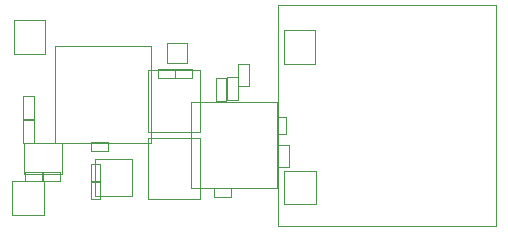
<source format=gbr>
G04 #@! TF.GenerationSoftware,KiCad,Pcbnew,(5.1.6)-1*
G04 #@! TF.CreationDate,2021-12-03T11:37:05+01:00*
G04 #@! TF.ProjectId,Keyvilboard2.0,4b657976-696c-4626-9f61-7264322e302e,rev?*
G04 #@! TF.SameCoordinates,Original*
G04 #@! TF.FileFunction,Other,User*
%FSLAX46Y46*%
G04 Gerber Fmt 4.6, Leading zero omitted, Abs format (unit mm)*
G04 Created by KiCad (PCBNEW (5.1.6)-1) date 2021-12-03 11:37:05*
%MOMM*%
%LPD*%
G01*
G04 APERTURE LIST*
%ADD10C,0.050000*%
%ADD11C,0.100000*%
G04 APERTURE END LIST*
D10*
G04 #@! TO.C,IC4*
X153832000Y-95897000D02*
X153832000Y-94222000D01*
X155507000Y-95897000D02*
X153832000Y-95897000D01*
X155507000Y-94222000D02*
X155507000Y-95897000D01*
X153832000Y-94222000D02*
X155507000Y-94222000D01*
G04 #@! TO.C,TX1*
X166317000Y-95978000D02*
X163683000Y-95978000D01*
X166317000Y-93142000D02*
X166317000Y-95978000D01*
X163683000Y-93142000D02*
X166317000Y-93142000D01*
X163683000Y-95978000D02*
X163683000Y-93142000D01*
G04 #@! TO.C,RX1*
X166377000Y-107878000D02*
X163743000Y-107878000D01*
X166377000Y-105042000D02*
X166377000Y-107878000D01*
X163743000Y-105042000D02*
X166377000Y-105042000D01*
X163743000Y-107878000D02*
X163743000Y-105042000D01*
D11*
G04 #@! TO.C,IC5*
X147670000Y-107180000D02*
X147670000Y-104080000D01*
X150870000Y-107180000D02*
X147670000Y-107180000D01*
X150870000Y-104080000D02*
X150870000Y-107180000D01*
X147670000Y-104080000D02*
X150870000Y-104080000D01*
D10*
G04 #@! TO.C,GND1*
X143497000Y-95118000D02*
X140863000Y-95118000D01*
X143497000Y-92282000D02*
X143497000Y-95118000D01*
X140863000Y-92282000D02*
X143497000Y-92282000D01*
X140863000Y-95118000D02*
X140863000Y-92282000D01*
G04 #@! TO.C,5V+1*
X143347000Y-108778000D02*
X140713000Y-108778000D01*
X143347000Y-105942000D02*
X143347000Y-108778000D01*
X140713000Y-105942000D02*
X143347000Y-105942000D01*
X140713000Y-108778000D02*
X140713000Y-105942000D01*
G04 #@! TO.C,1uF4*
X154445000Y-96440000D02*
X155885000Y-96440000D01*
X155885000Y-96440000D02*
X155885000Y-97180000D01*
X155885000Y-97180000D02*
X154445000Y-97180000D01*
X154445000Y-97180000D02*
X154445000Y-96440000D01*
G04 #@! TO.C,1uF1*
X147360000Y-103350000D02*
X147360000Y-102610000D01*
X148800000Y-103350000D02*
X147360000Y-103350000D01*
X148800000Y-102610000D02*
X148800000Y-103350000D01*
X147360000Y-102610000D02*
X148800000Y-102610000D01*
G04 #@! TO.C,0.1uF3*
X157780000Y-107250000D02*
X157780000Y-106510000D01*
X159220000Y-107250000D02*
X157780000Y-107250000D01*
X159220000Y-106510000D02*
X159220000Y-107250000D01*
X157780000Y-106510000D02*
X159220000Y-106510000D01*
D11*
G04 #@! TO.C,USBFEMALE1*
X163240000Y-109710000D02*
X163240000Y-91050000D01*
X163240000Y-91050000D02*
X181650000Y-91050000D01*
X181650000Y-91050000D02*
X181650000Y-109710000D01*
X181650000Y-109710000D02*
X163240000Y-109710000D01*
D10*
G04 #@! TO.C,PS1*
X144880000Y-102720000D02*
X144880000Y-105320000D01*
X141680000Y-102720000D02*
X144880000Y-102720000D01*
X141680000Y-105320000D02*
X141680000Y-102720000D01*
X144880000Y-105320000D02*
X141680000Y-105320000D01*
G04 #@! TO.C,IC3*
X155875000Y-106495000D02*
X155875000Y-99245000D01*
X163125000Y-106495000D02*
X155875000Y-106495000D01*
X163125000Y-99245000D02*
X163125000Y-106495000D01*
X155875000Y-99245000D02*
X163125000Y-99245000D01*
G04 #@! TO.C,IC2*
X152480000Y-102670000D02*
X144280000Y-102670000D01*
X152480000Y-94470000D02*
X152480000Y-102670000D01*
X144280000Y-94470000D02*
X152480000Y-94470000D01*
X144280000Y-102670000D02*
X144280000Y-94470000D01*
G04 #@! TO.C,22Ohm2*
X141640000Y-98705000D02*
X142540000Y-98705000D01*
X141640000Y-100655000D02*
X141640000Y-98705000D01*
X142540000Y-100655000D02*
X141640000Y-100655000D01*
X142540000Y-98705000D02*
X142540000Y-100655000D01*
G04 #@! TO.C,22Ohm1*
X141640000Y-100755000D02*
X142540000Y-100755000D01*
X141640000Y-102705000D02*
X141640000Y-100755000D01*
X142540000Y-102705000D02*
X141640000Y-102705000D01*
X142540000Y-100755000D02*
X142540000Y-102705000D01*
G04 #@! TO.C,1uF5*
X154445000Y-96440000D02*
X154445000Y-97180000D01*
X153005000Y-96440000D02*
X154445000Y-96440000D01*
X153005000Y-97180000D02*
X153005000Y-96440000D01*
X154445000Y-97180000D02*
X153005000Y-97180000D01*
G04 #@! TO.C,1uF3*
X143230000Y-105180000D02*
X143230000Y-105920000D01*
X141790000Y-105180000D02*
X143230000Y-105180000D01*
X141790000Y-105920000D02*
X141790000Y-105180000D01*
X143230000Y-105920000D02*
X141790000Y-105920000D01*
G04 #@! TO.C,1uF2*
X143270000Y-105920000D02*
X143270000Y-105180000D01*
X144710000Y-105920000D02*
X143270000Y-105920000D01*
X144710000Y-105180000D02*
X144710000Y-105920000D01*
X143270000Y-105180000D02*
X144710000Y-105180000D01*
D11*
G04 #@! TO.C,16Mhz2*
X152160000Y-102240000D02*
X156610000Y-102240000D01*
X152160000Y-107440000D02*
X152160000Y-102240000D01*
X156610000Y-107440000D02*
X152160000Y-107440000D01*
X156610000Y-102240000D02*
X156610000Y-107440000D01*
G04 #@! TO.C,16Mhz1*
X152170000Y-96530000D02*
X156620000Y-96530000D01*
X152170000Y-101730000D02*
X152170000Y-96530000D01*
X156620000Y-101730000D02*
X152170000Y-101730000D01*
X156620000Y-96530000D02*
X156620000Y-101730000D01*
D10*
G04 #@! TO.C,10uF2*
X160720000Y-97860000D02*
X159800000Y-97860000D01*
X160720000Y-96040000D02*
X160720000Y-97860000D01*
X159800000Y-96040000D02*
X160720000Y-96040000D01*
X159800000Y-97860000D02*
X159800000Y-96040000D01*
G04 #@! TO.C,10uF1*
X163180000Y-102900000D02*
X164100000Y-102900000D01*
X163180000Y-104720000D02*
X163180000Y-102900000D01*
X164100000Y-104720000D02*
X163180000Y-104720000D01*
X164100000Y-102900000D02*
X164100000Y-104720000D01*
G04 #@! TO.C,10KOhm1*
X157910000Y-97185000D02*
X158810000Y-97185000D01*
X157910000Y-99135000D02*
X157910000Y-97185000D01*
X158810000Y-99135000D02*
X157910000Y-99135000D01*
X158810000Y-97185000D02*
X158810000Y-99135000D01*
G04 #@! TO.C,10KOhm2*
X159780000Y-99045000D02*
X158880000Y-99045000D01*
X159780000Y-97095000D02*
X159780000Y-99045000D01*
X158880000Y-97095000D02*
X159780000Y-97095000D01*
X158880000Y-99045000D02*
X158880000Y-97095000D01*
G04 #@! TO.C,0.1uF4*
X163880000Y-101900000D02*
X163140000Y-101900000D01*
X163880000Y-100460000D02*
X163880000Y-101900000D01*
X163140000Y-100460000D02*
X163880000Y-100460000D01*
X163140000Y-101900000D02*
X163140000Y-100460000D01*
G04 #@! TO.C,0.1uF2*
X147380000Y-104510000D02*
X148120000Y-104510000D01*
X147380000Y-105950000D02*
X147380000Y-104510000D01*
X148120000Y-105950000D02*
X147380000Y-105950000D01*
X148120000Y-104510000D02*
X148120000Y-105950000D01*
G04 #@! TO.C,0.1uF1*
X148130000Y-107405000D02*
X147390000Y-107405000D01*
X148130000Y-105965000D02*
X148130000Y-107405000D01*
X147390000Y-105965000D02*
X148130000Y-105965000D01*
X147390000Y-107405000D02*
X147390000Y-105965000D01*
G04 #@! TD*
M02*

</source>
